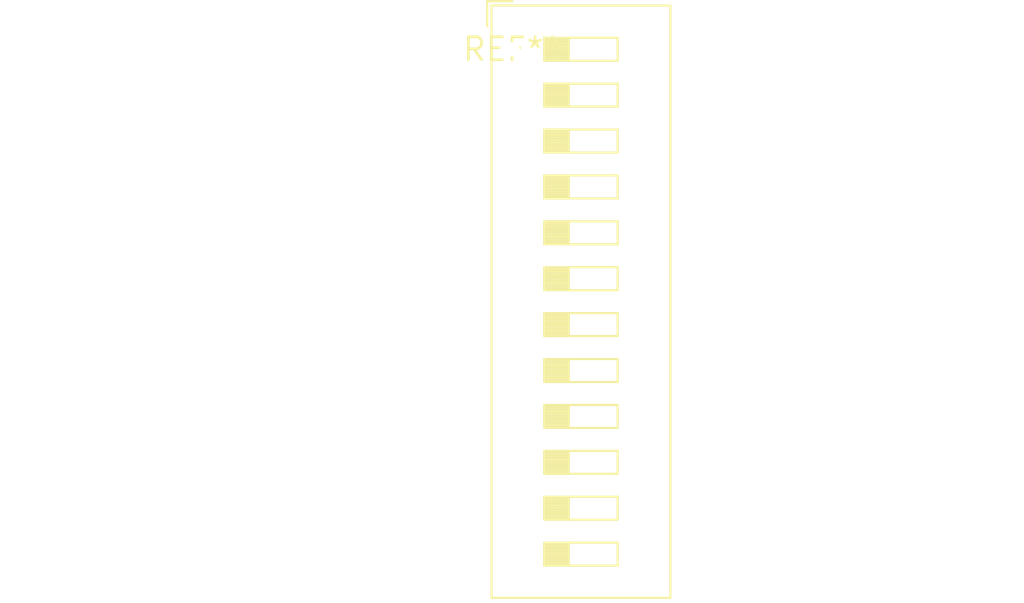
<source format=kicad_pcb>
(kicad_pcb (version 20240108) (generator pcbnew)
  (layers (0 "F.Cu" signal) (31 "B.Cu" signal) (34 "B.Paste" user) (35 "F.Paste" user) (36 "B.SilkS" user "B.Silkscreen") (37 "F.SilkS" user "F.Silkscreen") (38 "B.Mask" user) (39 "F.Mask" user) (44 "Edge.Cuts" user))
  (net 0 "")
  (footprint "SW_DIP_SPSTx12_Slide_9.78x32.66mm_W7.62mm_P2.54mm" (layer "F.Cu") (at 0 0)
    (property "Reference" "REF**")
    (property "Value" "SW_DIP_SPSTx12_Slide_9.78x32.66mm_W7.62mm_P2.54mm")
    (fp_line (start -1.38 -2.66) (end -1.38 -1.277) (layer "F.SilkS") (stroke (width 0.12)))
    (fp_line (start -1.38 -2.66) (end 0.004 -2.66) (layer "F.SilkS") (stroke (width 0.12)))
    (fp_line (start -1.14 -2.42) (end -1.14 30.36) (layer "F.SilkS") (stroke (width 0.12)))
    (fp_line (start -1.14 -2.42) (end 8.76 -2.42) (layer "F.SilkS") (stroke (width 0.12)))
    (fp_line (start -1.14 30.36) (end 8.76 30.36) (layer "F.SilkS") (stroke (width 0.12)))
    (fp_line (start 1.78 -0.635) (end 1.78 0.635) (layer "F.SilkS") (stroke (width 0.12)))
    (fp_line (start 1.78 -0.515) (end 3.133333 -0.515) (layer "F.SilkS") (stroke (width 0.12)))
    (fp_line (start 1.78 -0.395) (end 3.133333 -0.395) (layer "F.SilkS") (stroke (width 0.12)))
    (fp_line (start 1.78 -0.275) (end 3.133333 -0.275) (layer "F.SilkS") (stroke (width 0.12)))
    (fp_line (start 1.78 -0.155) (end 3.133333 -0.155) (layer "F.SilkS") (stroke (width 0.12)))
    (fp_line (start 1.78 -0.035) (end 3.133333 -0.035) (layer "F.SilkS") (stroke (width 0.12)))
    (fp_line (start 1.78 0.085) (end 3.133333 0.085) (layer "F.SilkS") (stroke (width 0.12)))
    (fp_line (start 1.78 0.205) (end 3.133333 0.205) (layer "F.SilkS") (stroke (width 0.12)))
    (fp_line (start 1.78 0.325) (end 3.133333 0.325) (layer "F.SilkS") (stroke (width 0.12)))
    (fp_line (start 1.78 0.445) (end 3.133333 0.445) (layer "F.SilkS") (stroke (width 0.12)))
    (fp_line (start 1.78 0.565) (end 3.133333 0.565) (layer "F.SilkS") (stroke (width 0.12)))
    (fp_line (start 1.78 0.635) (end 5.84 0.635) (layer "F.SilkS") (stroke (width 0.12)))
    (fp_line (start 1.78 1.905) (end 1.78 3.175) (layer "F.SilkS") (stroke (width 0.12)))
    (fp_line (start 1.78 2.025) (end 3.133333 2.025) (layer "F.SilkS") (stroke (width 0.12)))
    (fp_line (start 1.78 2.145) (end 3.133333 2.145) (layer "F.SilkS") (stroke (width 0.12)))
    (fp_line (start 1.78 2.265) (end 3.133333 2.265) (layer "F.SilkS") (stroke (width 0.12)))
    (fp_line (start 1.78 2.385) (end 3.133333 2.385) (layer "F.SilkS") (stroke (width 0.12)))
    (fp_line (start 1.78 2.505) (end 3.133333 2.505) (layer "F.SilkS") (stroke (width 0.12)))
    (fp_line (start 1.78 2.625) (end 3.133333 2.625) (layer "F.SilkS") (stroke (width 0.12)))
    (fp_line (start 1.78 2.745) (end 3.133333 2.745) (layer "F.SilkS") (stroke (width 0.12)))
    (fp_line (start 1.78 2.865) (end 3.133333 2.865) (layer "F.SilkS") (stroke (width 0.12)))
    (fp_line (start 1.78 2.985) (end 3.133333 2.985) (layer "F.SilkS") (stroke (width 0.12)))
    (fp_line (start 1.78 3.105) (end 3.133333 3.105) (layer "F.SilkS") (stroke (width 0.12)))
    (fp_line (start 1.78 3.175) (end 5.84 3.175) (layer "F.SilkS") (stroke (width 0.12)))
    (fp_line (start 1.78 4.445) (end 1.78 5.715) (layer "F.SilkS") (stroke (width 0.12)))
    (fp_line (start 1.78 4.565) (end 3.133333 4.565) (layer "F.SilkS") (stroke (width 0.12)))
    (fp_line (start 1.78 4.685) (end 3.133333 4.685) (layer "F.SilkS") (stroke (width 0.12)))
    (fp_line (start 1.78 4.805) (end 3.133333 4.805) (layer "F.SilkS") (stroke (width 0.12)))
    (fp_line (start 1.78 4.925) (end 3.133333 4.925) (layer "F.SilkS") (stroke (width 0.12)))
    (fp_line (start 1.78 5.045) (end 3.133333 5.045) (layer "F.SilkS") (stroke (width 0.12)))
    (fp_line (start 1.78 5.165) (end 3.133333 5.165) (layer "F.SilkS") (stroke (width 0.12)))
    (fp_line (start 1.78 5.285) (end 3.133333 5.285) (layer "F.SilkS") (stroke (width 0.12)))
    (fp_line (start 1.78 5.405) (end 3.133333 5.405) (layer "F.SilkS") (stroke (width 0.12)))
    (fp_line (start 1.78 5.525) (end 3.133333 5.525) (layer "F.SilkS") (stroke (width 0.12)))
    (fp_line (start 1.78 5.645) (end 3.133333 5.645) (layer "F.SilkS") (stroke (width 0.12)))
    (fp_line (start 1.78 5.715) (end 5.84 5.715) (layer "F.SilkS") (stroke (width 0.12)))
    (fp_line (start 1.78 6.985) (end 1.78 8.255) (layer "F.SilkS") (stroke (width 0.12)))
    (fp_line (start 1.78 7.105) (end 3.133333 7.105) (layer "F.SilkS") (stroke (width 0.12)))
    (fp_line (start 1.78 7.225) (end 3.133333 7.225) (layer "F.SilkS") (stroke (width 0.12)))
    (fp_line (start 1.78 7.345) (end 3.133333 7.345) (layer "F.SilkS") (stroke (width 0.12)))
    (fp_line (start 1.78 7.465) (end 3.133333 7.465) (layer "F.SilkS") (stroke (width 0.12)))
    (fp_line (start 1.78 7.585) (end 3.133333 7.585) (layer "F.SilkS") (stroke (width 0.12)))
    (fp_line (start 1.78 7.705) (end 3.133333 7.705) (layer "F.SilkS") (stroke (width 0.12)))
    (fp_line (start 1.78 7.825) (end 3.133333 7.825) (layer "F.SilkS") (stroke (width 0.12)))
    (fp_line (start 1.78 7.945) (end 3.133333 7.945) (layer "F.SilkS") (stroke (width 0.12)))
    (fp_line (start 1.78 8.065) (end 3.133333 8.065) (layer "F.SilkS") (stroke (width 0.12)))
    (fp_line (start 1.78 8.185) (end 3.133333 8.185) (layer "F.SilkS") (stroke (width 0.12)))
    (fp_line (start 1.78 8.255) (end 5.84 8.255) (layer "F.SilkS") (stroke (width 0.12)))
    (fp_line (start 1.78 9.525) (end 1.78 10.795) (layer "F.SilkS") (stroke (width 0.12)))
    (fp_line (start 1.78 9.645) (end 3.133333 9.645) (layer "F.SilkS") (stroke (width 0.12)))
    (fp_line (start 1.78 9.765) (end 3.133333 9.765) (layer "F.SilkS") (stroke (width 0.12)))
    (fp_line (start 1.78 9.885) (end 3.133333 9.885) (layer "F.SilkS") (stroke (width 0.12)))
    (fp_line (start 1.78 10.005) (end 3.133333 10.005) (layer "F.SilkS") (stroke (width 0.12)))
    (fp_line (start 1.78 10.125) (end 3.133333 10.125) (layer "F.SilkS") (stroke (width 0.12)))
    (fp_line (start 1.78 10.245) (end 3.133333 10.245) (layer "F.SilkS") (stroke (width 0.12)))
    (fp_line (start 1.78 10.365) (end 3.133333 10.365) (layer "F.SilkS") (stroke (width 0.12)))
    (fp_line (start 1.78 10.485) (end 3.133333 10.485) (layer "F.SilkS") (stroke (width 0.12)))
    (fp_line (start 1.78 10.605) (end 3.133333 10.605) (layer "F.SilkS") (stroke (width 0.12)))
    (fp_line (start 1.78 10.725) (end 3.133333 10.725) (layer "F.SilkS") (stroke (width 0.12)))
    (fp_line (start 1.78 10.795) (end 5.84 10.795) (layer "F.SilkS") (stroke (width 0.12)))
    (fp_line (start 1.78 12.065) (end 1.78 13.335) (layer "F.SilkS") (stroke (width 0.12)))
    (fp_line (start 1.78 12.185) (end 3.133333 12.185) (layer "F.SilkS") (stroke (width 0.12)))
    (fp_line (start 1.78 12.305) (end 3.133333 12.305) (layer "F.SilkS") (stroke (width 0.12)))
    (fp_line (start 1.78 12.425) (end 3.133333 12.425) (layer "F.SilkS") (stroke (width 0.12)))
    (fp_line (start 1.78 12.545) (end 3.133333 12.545) (layer "F.SilkS") (stroke (width 0.12)))
    (fp_line (start 1.78 12.665) (end 3.133333 12.665) (layer "F.SilkS") (stroke (width 0.12)))
    (fp_line (start 1.78 12.785) (end 3.133333 12.785) (layer "F.SilkS") (stroke (width 0.12)))
    (fp_line (start 1.78 12.905) (end 3.133333 12.905) (layer "F.SilkS") (stroke (width 0.12)))
    (fp_line (start 1.78 13.025) (end 3.133333 13.025) (layer "F.SilkS") (stroke (width 0.12)))
    (fp_line (start 1.78 13.145) (end 3.133333 13.145) (layer "F.SilkS") (stroke (width 0.12)))
    (fp_line (start 1.78 13.265) (end 3.133333 13.265) (layer "F.SilkS") (stroke (width 0.12)))
    (fp_line (start 1.78 13.335) (end 5.84 13.335) (layer "F.SilkS") (stroke (width 0.12)))
    (fp_line (start 1.78 14.605) (end 1.78 15.875) (layer "F.SilkS") (stroke (width 0.12)))
    (fp_line (start 1.78 14.725) (end 3.133333 14.725) (layer "F.SilkS") (stroke (width 0.12)))
    (fp_line (start 1.78 14.845) (end 3.133333 14.845) (layer "F.SilkS") (stroke (width 0.12)))
    (fp_line (start 1.78 14.965) (end 3.133333 14.965) (layer "F.SilkS") (stroke (width 0.12)))
    (fp_line (start 1.78 15.085) (end 3.133333 15.085) (layer "F.SilkS") (stroke (width 0.12)))
    (fp_line (start 1.78 15.205) (end 3.133333 15.205) (layer "F.SilkS") (stroke (width 0.12)))
    (fp_line (start 1.78 15.325) (end 3.133333 15.325) (layer "F.SilkS") (stroke (width 0.12)))
    (fp_line (start 1.78 15.445) (end 3.133333 15.445) (layer "F.SilkS") (stroke (width 0.12)))
    (fp_line (start 1.78 15.565) (end 3.133333 15.565) (layer "F.SilkS") (stroke (width 0.12)))
    (fp_line (start 1.78 15.685) (end 3.133333 15.685) (layer "F.SilkS") (stroke (width 0.12)))
    (fp_line (start 1.78 15.805) (end 3.133333 15.805) (layer "F.SilkS") (stroke (width 0.12)))
    (fp_line (start 1.78 15.875) (end 5.84 15.875) (layer "F.SilkS") (stroke (width 0.12)))
    (fp_line (start 1.78 17.145) (end 1.78 18.415) (layer "F.SilkS") (stroke (width 0.12)))
    (fp_line (start 1.78 17.265) (end 3.133333 17.265) (layer "F.SilkS") (stroke (width 0.12)))
    (fp_line (start 1.78 17.385) (end 3.133333 17.385) (layer "F.SilkS") (stroke (width 0.12)))
    (fp_line (start 1.78 17.505) (end 3.133333 17.505) (layer "F.SilkS") (stroke (width 0.12)))
    (fp_line (start 1.78 17.625) (end 3.133333 17.625) (layer "F.SilkS") (stroke (width 0.12)))
    (fp_line (start 1.78 17.745) (end 3.133333 17.745) (layer "F.SilkS") (stroke (width 0.12)))
    (fp_line (start 1.78 17.865) (end 3.133333 17.865) (layer "F.SilkS") (stroke (width 0.12)))
    (fp_line (start 1.78 17.985) (end 3.133333 17.985) (layer "F.SilkS") (stroke (width 0.12)))
    (fp_line (start 1.78 18.105) (end 3.133333 18.105) (layer "F.SilkS") (stroke (width 0.12)))
    (fp_line (start 1.78 18.225) (end 3.133333 18.225) (layer "F.SilkS") (stroke (width 0.12)))
    (fp_line (start 1.78 18.345) (end 3.133333 18.345) (layer "F.SilkS") (stroke (width 0.12)))
    (fp_line (start 1.78 18.415) (end 5.84 18.415) (layer "F.SilkS") (stroke (width 0.12)))
    (fp_line (start 1.78 19.685) (end 1.78 20.955) (layer "F.SilkS") (stroke (width 0.12)))
    (fp_line (start 1.78 19.805) (end 3.133333 19.805) (layer "F.SilkS") (stroke (width 0.12)))
    (fp_line (start 1.78 19.925) (end 3.133333 19.925) (layer "F.SilkS") (stroke (width 0.12)))
    (fp_line (start 1.78 20.045) (end 3.133333 20.045) (layer "F.SilkS") (stroke (width 0.12)))
    (fp_line (start 1.78 20.165) (end 3.133333 20.165) (layer "F.SilkS") (stroke (width 0.12)))
    (fp_line (start 1.78 20.285) (end 3.133333 20.285) (layer "F.SilkS") (stroke (width 0.12)))
    (fp_line (start 1.78 20.405) (end 3.133333 20.405) (layer "F.SilkS") (stroke (width 0.12)))
    (fp_line (start 1.78 20.525) (end 3.133333 20.525) (layer "F.SilkS") (stroke (width 0.12)))
    (fp_line (start 1.78 20.645) (end 3.133333 20.645) (layer "F.SilkS") (stroke (width 0.12)))
    (fp_line (start 1.78 20.765) (end 3.133333 20.765) (layer "F.SilkS") (stroke (width 0.12)))
    (fp_line (start 1.78 20.885) (end 3.133333 20.885) (layer "F.SilkS") (stroke (width 0.12)))
    (fp_line (start 1.78 20.955) (end 5.84 20.955) (layer "F.SilkS") (stroke (width 0.12)))
    (fp_line (start 1.78 22.225) (end 1.78 23.495) (layer "F.SilkS") (stroke (width 0.12)))
    (fp_line (start 1.78 22.345) (end 3.133333 22.345) (layer "F.SilkS") (stroke (width 0.12)))
    (fp_line (start 1.78 22.465) (end 3.133333 22.465) (layer "F.SilkS") (stroke (width 0.12)))
    (fp_line (start 1.78 22.585) (end 3.133333 22.585) (layer "F.SilkS") (stroke (width 0.12)))
    (fp_line (start 1.78 22.705) (end 3.133333 22.705) (layer "F.SilkS") (stroke (width 0.12)))
    (fp_line (start 1.78 22.825) (end 3.133333 22.825) (layer "F.SilkS") (stroke (width 0.12)))
    (fp_line (start 1.78 22.945) (end 3.133333 22.945) (layer "F.SilkS") (stroke (width 0.12)))
    (fp_line (start 1.78 23.065) (end 3.133333 23.065) (layer "F.SilkS") (stroke (width 0.12)))
    (fp_line (start 1.78 23.185) (end 3.133333 23.185) (layer "F.SilkS") (stroke (width 0.12)))
    (fp_line (start 1.78 23.305) (end 3.133333 23.305) (layer "F.SilkS") (stroke (width 0.12)))
    (fp_line (start 1.78 23.425) (end 3.133333 23.425) (layer "F.SilkS") (stroke (width 0.12)))
    (fp_line (start 1.78 23.495) (end 5.84 23.495) (layer "F.SilkS") (stroke (width 0.12)))
    (fp_line (start 1.78 24.765) (end 1.78 26.035) (layer "F.SilkS") (stroke (width 0.12)))
    (fp_line (start 1.78 24.885) (end 3.133333 24.885) (layer "F.SilkS") (stroke (width 0.12)))
    (fp_line (start 1.78 25.005) (end 3.133333 25.005) (layer "F.SilkS") (stroke (width 0.12)))
    (fp_line (start 1.78 25.125) (end 3.133333 25.125) (layer "F.SilkS") (stroke (width 0.12)))
    (fp_line (start 1.78 25.245) (end 3.133333 25.245) (layer "F.SilkS") (stroke (width 0.12)))
    (fp_line (start 1.78 25.365) (end 3.133333 25.365) (layer "F.SilkS") (stroke (width 0.12)))
    (fp_line (start 1.78 25.485) (end 3.133333 25.485) (layer "F.SilkS") (stroke (width 0.12)))
    (fp_line (start 1.78 25.605) (end 3.133333 25.605) (layer "F.SilkS") (stroke (width 0.12)))
    (fp_line (start 1.78 25.725) (end 3.133333 25.725) (layer "F.SilkS") (stroke (width 0.12)))
    (fp_line (start 1.78 25.845) (end 3.133333 25.845) (layer "F.SilkS") (stroke (width 0.12)))
    (fp_line (start 1.78 25.965) (end 3.133333 25.965) (layer "F.SilkS") (stroke (width 0.12)))
    (fp_line (start 1.78 26.035) (end 5.84 26.035) (layer "F.SilkS") (stroke (width 0.12)))
    (fp_line (start 1.78 27.305) (end 1.78 28.575) (layer "F.SilkS") (stroke (width 0.12)))
    (fp_line (start 1.78 27.425) (end 3.133333 27.425) (layer "F.SilkS") (stroke (width 0.12)))
    (fp_line (start 1.78 27.545) (end 3.133333 27.545) (layer "F.SilkS") (stroke (width 0.12)))
    (fp_line (start 1.78 27.665) (end 3.133333 27.665) (layer "F.SilkS") (stroke (width 0.12)))
    (fp_line (start 1.78 27.785) (end 3.133333 27.785) (layer "F.SilkS") (stroke (width 0.12)))
    (fp_line (start 1.78 27.905) (end 3.133333 27.905) (layer "F.SilkS") (stroke (width 0.12)))
    (fp_line (start 1.78 28.025) (end 3.133333 28.025) (layer "F.SilkS") (stroke (width 0.12)))
    (fp_line (start 1.78 28.145) (end 3.133333 28.145) (layer "F.SilkS") (stroke (width 0.12)))
    (fp_line (start 1.78 28.265) (end 3.133333 28.265) (layer "F.SilkS") (stroke (width 0.12)))
    (fp_line (start 1.78 28.385) (end 3.133333 28.385) (layer "F.SilkS") (stroke (width 0.12)))
    (fp_line (start 1.78 28.505) (end 3.133333 28.505) (layer "F.SilkS") (stroke (width 0.12)))
    (fp_line (start 1.78 28.575) (end 5.84 28.575) (layer "F.SilkS") (stroke (width 0.12)))
    (fp_line (start 3.133333 -0.635) (end 3.133333 0.635) (layer "F.SilkS") (stroke (width 0.12)))
    (fp_line (start 3.133333 1.905) (end 3.133333 3.175) (layer "F.SilkS") (stroke (width 0.12)))
    (fp_line (start 3.133333 4.445) (end 3.133333 5.715) (layer "F.SilkS") (stroke (width 0.12)))
    (fp_line (start 3.133333 6.985) (end 3.133333 8.255) (layer "F.SilkS") (stroke (width 0.12)))
    (fp_line (start 3.133333 9.525) (end 3.133333 10.795) (layer "F.SilkS") (stroke (width 0.12)))
    (fp_line (start 3.133333 12.065) (end 3.133333 13.335) (layer "F.SilkS") (stroke (width 0.12)))
    (fp_line (start 3.133333 14.605) (end 3.133333 15.875) (layer "F.SilkS") (stroke (width 0.12)))
    (fp_line (start 3.133333 17.145) (end 3.133333 18.415) (layer "F.SilkS") (stroke (width 0.12)))
    (fp_line (start 3.133333 19.685) (end 3.133333 20.955) (layer "F.SilkS") (stroke (width 0.12)))
    (fp_line (start 3.133333 22.225) (end 3.133333 23.495) (layer "F.SilkS") (stroke (width 0.12)))
    (fp_line (start 3.133333 24.765) (end 3.133333 26.035) (layer "F.SilkS") (stroke (width 0.12)))
    (fp_line (start 3.133333 27.305) (end 3.133333 28.575) (layer "F.SilkS") (stroke (width 0.12)))
    (fp_line (start 5.84 -0.635) (end 1.78 -0.635) (layer "F.SilkS") (stroke (width 0.12)))
    (fp_line (start 5.84 0.635) (end 5.84 -0.635) (layer "F.SilkS") (stroke (width 0.12)))
    (fp_line (start 5.84 1.905) (end 1.78 1.905) (layer "F.SilkS") (stroke (width 0.12)))
    (fp_line (start 5.84 3.175) (end 5.84 1.905) (layer "F.SilkS") (stroke (width 0.12)))
    (fp_line (start 5.84 4.445) (end 1.78 4.445) (layer "F.SilkS") (stroke (width 0.12)))
    (fp_line (start 5.84 5.715) (end 5.84 4.445) (layer "F.SilkS") (stroke (width 0.12)))
    (fp_line (start 5.84 6.985) (end 1.78 6.985) (layer "F.SilkS") (stroke (width 0.12)))
    (fp_line (start 5.84 8.255) (end 5.84 6.985) (layer "F.SilkS") (stroke (width 0.12)))
    (fp_line (start 5.84 9.525) (end 1.78 9.525) (layer "F.SilkS") (stroke (width 0.12)))
    (fp_line (start 5.84 10.795) (end 5.84 9.525) (layer "F.SilkS") (stroke (width 0.12)))
    (fp_line (start 5.84 12.065) (end 1.78 12.065) (layer "F.SilkS") (stroke (width 0.12)))
    (fp_line (start 5.84 13.335) (end 5.84 12.065) (layer "F.SilkS") (stroke (width 0.12)))
    (fp_line (start 5.84 14.605) (end 1.78 14.605) (layer "F.SilkS") (stroke (width 0.12)))
    (fp_line (start 5.84 15.875) (end 5.84 14.605) (layer "F.SilkS") (stroke (width 0.12)))
    (fp_line (start 5.84 17.145) (end 1.78 17.145) (layer "F.SilkS") (stroke (width 0.12)))
    (fp_line (start 5.84 18.415) (end 5.84 17.145) (layer "F.SilkS") (stroke (width 0.12)))
    (fp_line (start 5.84 19.685) (end 1.78 19.685) (layer "F.SilkS") (stroke (width 0.12)))
    (fp_line (start 5.84 20.955) (end 5.84 19.685) (layer "F.SilkS") (stroke (width 0.12)))
    (fp_line (start 5.84 22.225) (end 1.78 22.225) (layer "F.SilkS") (stroke (width 0.12)))
    (fp_line (start 5.84 23.495) (end 5.84 22.225) (layer "F.SilkS") (stroke (width 0.12)))
    (fp_line (start 5.84 24.765) (end 1.78 24.765) (layer "F.SilkS") (stroke (width 0.12)))
    (fp_line (start 5.84 26.035) (end 5.84 24.765) (layer "F.SilkS") (stroke (width 0.12)))
    (fp_line (start 5.84 27.305) (end 1.78 27.305) (layer "F.SilkS") (stroke (width 0.12)))
    (fp_line (start 5.84 28.575) (end 5.84 27.305) (layer "F.SilkS") (stroke (width 0.12)))
    (fp_line (start 8.76 -2.42) (end 8.76 30.36) (layer "F.SilkS") (stroke (width 0.12)))
    (pad "1" thru_hole rect (at 0 0) (size 1.6 1.6) (drill 0.8) (layers *.Cu *.Mask) (remove_unused_layers))
    (pad "2" thru_hole oval (at 0 2.54) (size 1.6 1.6) (drill 0.8) (layers *.Cu *.Mask) (remove_unused_layers))
    (pad "3" thru_hole oval (at 0 5.08) (size 1.6 1.6) (drill 0.8) (layers *.Cu *.Mask) (remove_unused_layers))
    (pad "4" thru_hole oval (at 0 7.62) (size 1.6 1.6) (drill 0.8) (layers *.Cu *.Mask) (remove_unused_layers))
    (pad "5" thru_hole oval (at 0 10.16) (size 1.6 1.6) (drill 0.8) (layers *.Cu *.Mask) (remove_unused_layers))
    (pad "6" thru_hole oval (at 0 12.7) (size 1.6 1.6) (drill 0.8) (layers *.Cu *.Mask) (remove_unused_layers))
    (pad "7" thru_hole oval (at 0 15.24) (size 1.6 1.6) (drill 0.8) (layers *.Cu *.Mask) (remove_unused_layers))
    (pad "8" thru_hole oval (at 0 17.78) (size 1.6 1.6) (drill 0.8) (layers *.Cu *.Mask) (remove_unused_layers))
    (pad "9" thru_hole oval (at 0 20.32) (size 1.6 1.6) (drill 0.8) (layers *.Cu *.Mask) (remove_unused_layers))
    (pad "10" thru_hole oval (at 0 22.86) (size 1.6 1.6) (drill 0.8) (layers *.Cu *.Mask) (remove_unused_layers))
    (pad "11" thru_hole oval (at 0 25.4) (size 1.6 1.6) (drill 0.8) (layers *.Cu *.Mask) (remove_unused_layers))
    (pad "12" thru_hole oval (at 0 27.94) (size 1.6 1.6) (drill 0.8) (layers *.Cu *.Mask) (remove_unused_layers))
    (pad "13" thru_hole oval (at 7.62 27.94) (size 1.6 1.6) (drill 0.8) (layers *.Cu *.Mask) (remove_unused_layers))
    (pad "14" thru_hole oval (at 7.62 25.4) (size 1.6 1.6) (drill 0.8) (layers *.Cu *.Mask) (remove_unused_layers))
    (pad "15" thru_hole oval (at 7.62 22.86) (size 1.6 1.6) (drill 0.8) (layers *.Cu *.Mask) (remove_unused_layers))
    (pad "16" thru_hole oval (at 7.62 20.32) (size 1.6 1.6) (drill 0.8) (layers *.Cu *.Mask) (remove_unused_layers))
    (pad "17" thru_hole oval (at 7.62 17.78) (size 1.6 1.6) (drill 0.8) (layers *.Cu *.Mask) (remove_unused_layers))
    (pad "18" thru_hole oval (at 7.62 15.24) (size 1.6 1.6) (drill 0.8) (layers *.Cu *.Mask) (remove_unused_layers))
    (pad "19" thru_hole oval (at 7.62 12.7) (size 1.6 1.6) (drill 0.8) (layers *.Cu *.Mask) (remove_unused_layers))
    (pad "20" thru_hole oval (at 7.62 10.16) (size 1.6 1.6) (drill 0.8) (layers *.Cu *.Mask) (remove_unused_layers))
    (pad "21" thru_hole oval (at 7.62 7.62) (size 1.6 1.6) (drill 0.8) (layers *.Cu *.Mask) (remove_unused_layers))
    (pad "22" thru_hole oval (at 7.62 5.08) (size 1.6 1.6) (drill 0.8) (layers *.Cu *.Mask) (remove_unused_layers))
    (pad "23" thru_hole oval (at 7.62 2.54) (size 1.6 1.6) (drill 0.8) (layers *.Cu *.Mask) (remove_unused_layers))
    (pad "24" thru_hole oval (at 7.62 0) (size 1.6 1.6) (drill 0.8) (layers *.Cu *.Mask) (remove_unused_layers))
  )
)
</source>
